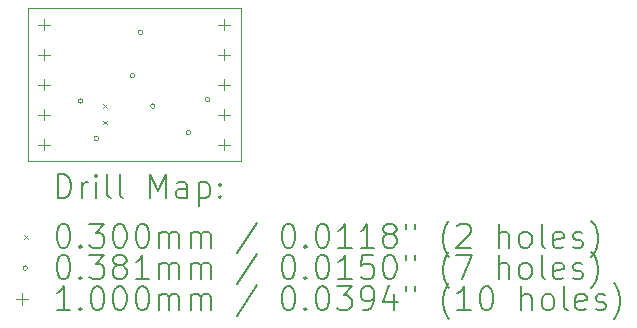
<source format=gbr>
%TF.GenerationSoftware,KiCad,Pcbnew,6.0.11*%
%TF.CreationDate,2025-02-19T14:46:15+01:00*%
%TF.ProjectId,SPL06,53504c30-362e-46b6-9963-61645f706362,rev?*%
%TF.SameCoordinates,Original*%
%TF.FileFunction,Drillmap*%
%TF.FilePolarity,Positive*%
%FSLAX45Y45*%
G04 Gerber Fmt 4.5, Leading zero omitted, Abs format (unit mm)*
G04 Created by KiCad (PCBNEW 6.0.11) date 2025-02-19 14:46:15*
%MOMM*%
%LPD*%
G01*
G04 APERTURE LIST*
%ADD10C,0.050000*%
%ADD11C,0.200000*%
%ADD12C,0.030000*%
%ADD13C,0.038100*%
%ADD14C,0.100000*%
G04 APERTURE END LIST*
D10*
X14872000Y-8776000D02*
X14872000Y-7480000D01*
X14872000Y-7480000D02*
X13068000Y-7480000D01*
X13068000Y-7480000D02*
X13068000Y-8776000D01*
X14872000Y-8776000D02*
X13068000Y-8776000D01*
D11*
D12*
X13706000Y-8294250D02*
X13736000Y-8324250D01*
X13736000Y-8294250D02*
X13706000Y-8324250D01*
X13706000Y-8435250D02*
X13736000Y-8465250D01*
X13736000Y-8435250D02*
X13706000Y-8465250D01*
D13*
X13531850Y-8267700D02*
G75*
G03*
X13531850Y-8267700I-19050J0D01*
G01*
X13666050Y-8585200D02*
G75*
G03*
X13666050Y-8585200I-19050J0D01*
G01*
X13971050Y-8053250D02*
G75*
G03*
X13971050Y-8053250I-19050J0D01*
G01*
X14039850Y-7686000D02*
G75*
G03*
X14039850Y-7686000I-19050J0D01*
G01*
X14145050Y-8310000D02*
G75*
G03*
X14145050Y-8310000I-19050J0D01*
G01*
X14446250Y-8534400D02*
G75*
G03*
X14446250Y-8534400I-19050J0D01*
G01*
X14608810Y-8255000D02*
G75*
G03*
X14608810Y-8255000I-19050J0D01*
G01*
D14*
X13208000Y-7570000D02*
X13208000Y-7670000D01*
X13158000Y-7620000D02*
X13258000Y-7620000D01*
X13208000Y-7824000D02*
X13208000Y-7924000D01*
X13158000Y-7874000D02*
X13258000Y-7874000D01*
X13208000Y-8078000D02*
X13208000Y-8178000D01*
X13158000Y-8128000D02*
X13258000Y-8128000D01*
X13208000Y-8332000D02*
X13208000Y-8432000D01*
X13158000Y-8382000D02*
X13258000Y-8382000D01*
X13208000Y-8586000D02*
X13208000Y-8686000D01*
X13158000Y-8636000D02*
X13258000Y-8636000D01*
X14732000Y-7570000D02*
X14732000Y-7670000D01*
X14682000Y-7620000D02*
X14782000Y-7620000D01*
X14732000Y-7824000D02*
X14732000Y-7924000D01*
X14682000Y-7874000D02*
X14782000Y-7874000D01*
X14732000Y-8078000D02*
X14732000Y-8178000D01*
X14682000Y-8128000D02*
X14782000Y-8128000D01*
X14732000Y-8332000D02*
X14732000Y-8432000D01*
X14682000Y-8382000D02*
X14782000Y-8382000D01*
X14732000Y-8586000D02*
X14732000Y-8686000D01*
X14682000Y-8636000D02*
X14782000Y-8636000D01*
D11*
X13323119Y-9088976D02*
X13323119Y-8888976D01*
X13370738Y-8888976D01*
X13399309Y-8898500D01*
X13418357Y-8917548D01*
X13427881Y-8936595D01*
X13437405Y-8974690D01*
X13437405Y-9003262D01*
X13427881Y-9041357D01*
X13418357Y-9060405D01*
X13399309Y-9079452D01*
X13370738Y-9088976D01*
X13323119Y-9088976D01*
X13523119Y-9088976D02*
X13523119Y-8955643D01*
X13523119Y-8993738D02*
X13532643Y-8974690D01*
X13542167Y-8965167D01*
X13561214Y-8955643D01*
X13580262Y-8955643D01*
X13646928Y-9088976D02*
X13646928Y-8955643D01*
X13646928Y-8888976D02*
X13637405Y-8898500D01*
X13646928Y-8908024D01*
X13656452Y-8898500D01*
X13646928Y-8888976D01*
X13646928Y-8908024D01*
X13770738Y-9088976D02*
X13751690Y-9079452D01*
X13742167Y-9060405D01*
X13742167Y-8888976D01*
X13875500Y-9088976D02*
X13856452Y-9079452D01*
X13846928Y-9060405D01*
X13846928Y-8888976D01*
X14104071Y-9088976D02*
X14104071Y-8888976D01*
X14170738Y-9031833D01*
X14237405Y-8888976D01*
X14237405Y-9088976D01*
X14418357Y-9088976D02*
X14418357Y-8984214D01*
X14408833Y-8965167D01*
X14389786Y-8955643D01*
X14351690Y-8955643D01*
X14332643Y-8965167D01*
X14418357Y-9079452D02*
X14399309Y-9088976D01*
X14351690Y-9088976D01*
X14332643Y-9079452D01*
X14323119Y-9060405D01*
X14323119Y-9041357D01*
X14332643Y-9022310D01*
X14351690Y-9012786D01*
X14399309Y-9012786D01*
X14418357Y-9003262D01*
X14513595Y-8955643D02*
X14513595Y-9155643D01*
X14513595Y-8965167D02*
X14532643Y-8955643D01*
X14570738Y-8955643D01*
X14589786Y-8965167D01*
X14599309Y-8974690D01*
X14608833Y-8993738D01*
X14608833Y-9050881D01*
X14599309Y-9069929D01*
X14589786Y-9079452D01*
X14570738Y-9088976D01*
X14532643Y-9088976D01*
X14513595Y-9079452D01*
X14694548Y-9069929D02*
X14704071Y-9079452D01*
X14694548Y-9088976D01*
X14685024Y-9079452D01*
X14694548Y-9069929D01*
X14694548Y-9088976D01*
X14694548Y-8965167D02*
X14704071Y-8974690D01*
X14694548Y-8984214D01*
X14685024Y-8974690D01*
X14694548Y-8965167D01*
X14694548Y-8984214D01*
D12*
X13035500Y-9403500D02*
X13065500Y-9433500D01*
X13065500Y-9403500D02*
X13035500Y-9433500D01*
D11*
X13361214Y-9308976D02*
X13380262Y-9308976D01*
X13399309Y-9318500D01*
X13408833Y-9328024D01*
X13418357Y-9347071D01*
X13427881Y-9385167D01*
X13427881Y-9432786D01*
X13418357Y-9470881D01*
X13408833Y-9489929D01*
X13399309Y-9499452D01*
X13380262Y-9508976D01*
X13361214Y-9508976D01*
X13342167Y-9499452D01*
X13332643Y-9489929D01*
X13323119Y-9470881D01*
X13313595Y-9432786D01*
X13313595Y-9385167D01*
X13323119Y-9347071D01*
X13332643Y-9328024D01*
X13342167Y-9318500D01*
X13361214Y-9308976D01*
X13513595Y-9489929D02*
X13523119Y-9499452D01*
X13513595Y-9508976D01*
X13504071Y-9499452D01*
X13513595Y-9489929D01*
X13513595Y-9508976D01*
X13589786Y-9308976D02*
X13713595Y-9308976D01*
X13646928Y-9385167D01*
X13675500Y-9385167D01*
X13694548Y-9394690D01*
X13704071Y-9404214D01*
X13713595Y-9423262D01*
X13713595Y-9470881D01*
X13704071Y-9489929D01*
X13694548Y-9499452D01*
X13675500Y-9508976D01*
X13618357Y-9508976D01*
X13599309Y-9499452D01*
X13589786Y-9489929D01*
X13837405Y-9308976D02*
X13856452Y-9308976D01*
X13875500Y-9318500D01*
X13885024Y-9328024D01*
X13894548Y-9347071D01*
X13904071Y-9385167D01*
X13904071Y-9432786D01*
X13894548Y-9470881D01*
X13885024Y-9489929D01*
X13875500Y-9499452D01*
X13856452Y-9508976D01*
X13837405Y-9508976D01*
X13818357Y-9499452D01*
X13808833Y-9489929D01*
X13799309Y-9470881D01*
X13789786Y-9432786D01*
X13789786Y-9385167D01*
X13799309Y-9347071D01*
X13808833Y-9328024D01*
X13818357Y-9318500D01*
X13837405Y-9308976D01*
X14027881Y-9308976D02*
X14046928Y-9308976D01*
X14065976Y-9318500D01*
X14075500Y-9328024D01*
X14085024Y-9347071D01*
X14094548Y-9385167D01*
X14094548Y-9432786D01*
X14085024Y-9470881D01*
X14075500Y-9489929D01*
X14065976Y-9499452D01*
X14046928Y-9508976D01*
X14027881Y-9508976D01*
X14008833Y-9499452D01*
X13999309Y-9489929D01*
X13989786Y-9470881D01*
X13980262Y-9432786D01*
X13980262Y-9385167D01*
X13989786Y-9347071D01*
X13999309Y-9328024D01*
X14008833Y-9318500D01*
X14027881Y-9308976D01*
X14180262Y-9508976D02*
X14180262Y-9375643D01*
X14180262Y-9394690D02*
X14189786Y-9385167D01*
X14208833Y-9375643D01*
X14237405Y-9375643D01*
X14256452Y-9385167D01*
X14265976Y-9404214D01*
X14265976Y-9508976D01*
X14265976Y-9404214D02*
X14275500Y-9385167D01*
X14294548Y-9375643D01*
X14323119Y-9375643D01*
X14342167Y-9385167D01*
X14351690Y-9404214D01*
X14351690Y-9508976D01*
X14446928Y-9508976D02*
X14446928Y-9375643D01*
X14446928Y-9394690D02*
X14456452Y-9385167D01*
X14475500Y-9375643D01*
X14504071Y-9375643D01*
X14523119Y-9385167D01*
X14532643Y-9404214D01*
X14532643Y-9508976D01*
X14532643Y-9404214D02*
X14542167Y-9385167D01*
X14561214Y-9375643D01*
X14589786Y-9375643D01*
X14608833Y-9385167D01*
X14618357Y-9404214D01*
X14618357Y-9508976D01*
X15008833Y-9299452D02*
X14837405Y-9556595D01*
X15265976Y-9308976D02*
X15285024Y-9308976D01*
X15304071Y-9318500D01*
X15313595Y-9328024D01*
X15323119Y-9347071D01*
X15332643Y-9385167D01*
X15332643Y-9432786D01*
X15323119Y-9470881D01*
X15313595Y-9489929D01*
X15304071Y-9499452D01*
X15285024Y-9508976D01*
X15265976Y-9508976D01*
X15246928Y-9499452D01*
X15237405Y-9489929D01*
X15227881Y-9470881D01*
X15218357Y-9432786D01*
X15218357Y-9385167D01*
X15227881Y-9347071D01*
X15237405Y-9328024D01*
X15246928Y-9318500D01*
X15265976Y-9308976D01*
X15418357Y-9489929D02*
X15427881Y-9499452D01*
X15418357Y-9508976D01*
X15408833Y-9499452D01*
X15418357Y-9489929D01*
X15418357Y-9508976D01*
X15551690Y-9308976D02*
X15570738Y-9308976D01*
X15589786Y-9318500D01*
X15599309Y-9328024D01*
X15608833Y-9347071D01*
X15618357Y-9385167D01*
X15618357Y-9432786D01*
X15608833Y-9470881D01*
X15599309Y-9489929D01*
X15589786Y-9499452D01*
X15570738Y-9508976D01*
X15551690Y-9508976D01*
X15532643Y-9499452D01*
X15523119Y-9489929D01*
X15513595Y-9470881D01*
X15504071Y-9432786D01*
X15504071Y-9385167D01*
X15513595Y-9347071D01*
X15523119Y-9328024D01*
X15532643Y-9318500D01*
X15551690Y-9308976D01*
X15808833Y-9508976D02*
X15694548Y-9508976D01*
X15751690Y-9508976D02*
X15751690Y-9308976D01*
X15732643Y-9337548D01*
X15713595Y-9356595D01*
X15694548Y-9366119D01*
X15999309Y-9508976D02*
X15885024Y-9508976D01*
X15942167Y-9508976D02*
X15942167Y-9308976D01*
X15923119Y-9337548D01*
X15904071Y-9356595D01*
X15885024Y-9366119D01*
X16113595Y-9394690D02*
X16094548Y-9385167D01*
X16085024Y-9375643D01*
X16075500Y-9356595D01*
X16075500Y-9347071D01*
X16085024Y-9328024D01*
X16094548Y-9318500D01*
X16113595Y-9308976D01*
X16151690Y-9308976D01*
X16170738Y-9318500D01*
X16180262Y-9328024D01*
X16189786Y-9347071D01*
X16189786Y-9356595D01*
X16180262Y-9375643D01*
X16170738Y-9385167D01*
X16151690Y-9394690D01*
X16113595Y-9394690D01*
X16094548Y-9404214D01*
X16085024Y-9413738D01*
X16075500Y-9432786D01*
X16075500Y-9470881D01*
X16085024Y-9489929D01*
X16094548Y-9499452D01*
X16113595Y-9508976D01*
X16151690Y-9508976D01*
X16170738Y-9499452D01*
X16180262Y-9489929D01*
X16189786Y-9470881D01*
X16189786Y-9432786D01*
X16180262Y-9413738D01*
X16170738Y-9404214D01*
X16151690Y-9394690D01*
X16265976Y-9308976D02*
X16265976Y-9347071D01*
X16342167Y-9308976D02*
X16342167Y-9347071D01*
X16637405Y-9585167D02*
X16627881Y-9575643D01*
X16608833Y-9547071D01*
X16599309Y-9528024D01*
X16589786Y-9499452D01*
X16580262Y-9451833D01*
X16580262Y-9413738D01*
X16589786Y-9366119D01*
X16599309Y-9337548D01*
X16608833Y-9318500D01*
X16627881Y-9289929D01*
X16637405Y-9280405D01*
X16704071Y-9328024D02*
X16713595Y-9318500D01*
X16732643Y-9308976D01*
X16780262Y-9308976D01*
X16799310Y-9318500D01*
X16808833Y-9328024D01*
X16818357Y-9347071D01*
X16818357Y-9366119D01*
X16808833Y-9394690D01*
X16694548Y-9508976D01*
X16818357Y-9508976D01*
X17056452Y-9508976D02*
X17056452Y-9308976D01*
X17142167Y-9508976D02*
X17142167Y-9404214D01*
X17132643Y-9385167D01*
X17113595Y-9375643D01*
X17085024Y-9375643D01*
X17065976Y-9385167D01*
X17056452Y-9394690D01*
X17265976Y-9508976D02*
X17246929Y-9499452D01*
X17237405Y-9489929D01*
X17227881Y-9470881D01*
X17227881Y-9413738D01*
X17237405Y-9394690D01*
X17246929Y-9385167D01*
X17265976Y-9375643D01*
X17294548Y-9375643D01*
X17313595Y-9385167D01*
X17323119Y-9394690D01*
X17332643Y-9413738D01*
X17332643Y-9470881D01*
X17323119Y-9489929D01*
X17313595Y-9499452D01*
X17294548Y-9508976D01*
X17265976Y-9508976D01*
X17446929Y-9508976D02*
X17427881Y-9499452D01*
X17418357Y-9480405D01*
X17418357Y-9308976D01*
X17599310Y-9499452D02*
X17580262Y-9508976D01*
X17542167Y-9508976D01*
X17523119Y-9499452D01*
X17513595Y-9480405D01*
X17513595Y-9404214D01*
X17523119Y-9385167D01*
X17542167Y-9375643D01*
X17580262Y-9375643D01*
X17599310Y-9385167D01*
X17608833Y-9404214D01*
X17608833Y-9423262D01*
X17513595Y-9442310D01*
X17685024Y-9499452D02*
X17704071Y-9508976D01*
X17742167Y-9508976D01*
X17761214Y-9499452D01*
X17770738Y-9480405D01*
X17770738Y-9470881D01*
X17761214Y-9451833D01*
X17742167Y-9442310D01*
X17713595Y-9442310D01*
X17694548Y-9432786D01*
X17685024Y-9413738D01*
X17685024Y-9404214D01*
X17694548Y-9385167D01*
X17713595Y-9375643D01*
X17742167Y-9375643D01*
X17761214Y-9385167D01*
X17837405Y-9585167D02*
X17846929Y-9575643D01*
X17865976Y-9547071D01*
X17875500Y-9528024D01*
X17885024Y-9499452D01*
X17894548Y-9451833D01*
X17894548Y-9413738D01*
X17885024Y-9366119D01*
X17875500Y-9337548D01*
X17865976Y-9318500D01*
X17846929Y-9289929D01*
X17837405Y-9280405D01*
D13*
X13065500Y-9682500D02*
G75*
G03*
X13065500Y-9682500I-19050J0D01*
G01*
D11*
X13361214Y-9572976D02*
X13380262Y-9572976D01*
X13399309Y-9582500D01*
X13408833Y-9592024D01*
X13418357Y-9611071D01*
X13427881Y-9649167D01*
X13427881Y-9696786D01*
X13418357Y-9734881D01*
X13408833Y-9753929D01*
X13399309Y-9763452D01*
X13380262Y-9772976D01*
X13361214Y-9772976D01*
X13342167Y-9763452D01*
X13332643Y-9753929D01*
X13323119Y-9734881D01*
X13313595Y-9696786D01*
X13313595Y-9649167D01*
X13323119Y-9611071D01*
X13332643Y-9592024D01*
X13342167Y-9582500D01*
X13361214Y-9572976D01*
X13513595Y-9753929D02*
X13523119Y-9763452D01*
X13513595Y-9772976D01*
X13504071Y-9763452D01*
X13513595Y-9753929D01*
X13513595Y-9772976D01*
X13589786Y-9572976D02*
X13713595Y-9572976D01*
X13646928Y-9649167D01*
X13675500Y-9649167D01*
X13694548Y-9658690D01*
X13704071Y-9668214D01*
X13713595Y-9687262D01*
X13713595Y-9734881D01*
X13704071Y-9753929D01*
X13694548Y-9763452D01*
X13675500Y-9772976D01*
X13618357Y-9772976D01*
X13599309Y-9763452D01*
X13589786Y-9753929D01*
X13827881Y-9658690D02*
X13808833Y-9649167D01*
X13799309Y-9639643D01*
X13789786Y-9620595D01*
X13789786Y-9611071D01*
X13799309Y-9592024D01*
X13808833Y-9582500D01*
X13827881Y-9572976D01*
X13865976Y-9572976D01*
X13885024Y-9582500D01*
X13894548Y-9592024D01*
X13904071Y-9611071D01*
X13904071Y-9620595D01*
X13894548Y-9639643D01*
X13885024Y-9649167D01*
X13865976Y-9658690D01*
X13827881Y-9658690D01*
X13808833Y-9668214D01*
X13799309Y-9677738D01*
X13789786Y-9696786D01*
X13789786Y-9734881D01*
X13799309Y-9753929D01*
X13808833Y-9763452D01*
X13827881Y-9772976D01*
X13865976Y-9772976D01*
X13885024Y-9763452D01*
X13894548Y-9753929D01*
X13904071Y-9734881D01*
X13904071Y-9696786D01*
X13894548Y-9677738D01*
X13885024Y-9668214D01*
X13865976Y-9658690D01*
X14094548Y-9772976D02*
X13980262Y-9772976D01*
X14037405Y-9772976D02*
X14037405Y-9572976D01*
X14018357Y-9601548D01*
X13999309Y-9620595D01*
X13980262Y-9630119D01*
X14180262Y-9772976D02*
X14180262Y-9639643D01*
X14180262Y-9658690D02*
X14189786Y-9649167D01*
X14208833Y-9639643D01*
X14237405Y-9639643D01*
X14256452Y-9649167D01*
X14265976Y-9668214D01*
X14265976Y-9772976D01*
X14265976Y-9668214D02*
X14275500Y-9649167D01*
X14294548Y-9639643D01*
X14323119Y-9639643D01*
X14342167Y-9649167D01*
X14351690Y-9668214D01*
X14351690Y-9772976D01*
X14446928Y-9772976D02*
X14446928Y-9639643D01*
X14446928Y-9658690D02*
X14456452Y-9649167D01*
X14475500Y-9639643D01*
X14504071Y-9639643D01*
X14523119Y-9649167D01*
X14532643Y-9668214D01*
X14532643Y-9772976D01*
X14532643Y-9668214D02*
X14542167Y-9649167D01*
X14561214Y-9639643D01*
X14589786Y-9639643D01*
X14608833Y-9649167D01*
X14618357Y-9668214D01*
X14618357Y-9772976D01*
X15008833Y-9563452D02*
X14837405Y-9820595D01*
X15265976Y-9572976D02*
X15285024Y-9572976D01*
X15304071Y-9582500D01*
X15313595Y-9592024D01*
X15323119Y-9611071D01*
X15332643Y-9649167D01*
X15332643Y-9696786D01*
X15323119Y-9734881D01*
X15313595Y-9753929D01*
X15304071Y-9763452D01*
X15285024Y-9772976D01*
X15265976Y-9772976D01*
X15246928Y-9763452D01*
X15237405Y-9753929D01*
X15227881Y-9734881D01*
X15218357Y-9696786D01*
X15218357Y-9649167D01*
X15227881Y-9611071D01*
X15237405Y-9592024D01*
X15246928Y-9582500D01*
X15265976Y-9572976D01*
X15418357Y-9753929D02*
X15427881Y-9763452D01*
X15418357Y-9772976D01*
X15408833Y-9763452D01*
X15418357Y-9753929D01*
X15418357Y-9772976D01*
X15551690Y-9572976D02*
X15570738Y-9572976D01*
X15589786Y-9582500D01*
X15599309Y-9592024D01*
X15608833Y-9611071D01*
X15618357Y-9649167D01*
X15618357Y-9696786D01*
X15608833Y-9734881D01*
X15599309Y-9753929D01*
X15589786Y-9763452D01*
X15570738Y-9772976D01*
X15551690Y-9772976D01*
X15532643Y-9763452D01*
X15523119Y-9753929D01*
X15513595Y-9734881D01*
X15504071Y-9696786D01*
X15504071Y-9649167D01*
X15513595Y-9611071D01*
X15523119Y-9592024D01*
X15532643Y-9582500D01*
X15551690Y-9572976D01*
X15808833Y-9772976D02*
X15694548Y-9772976D01*
X15751690Y-9772976D02*
X15751690Y-9572976D01*
X15732643Y-9601548D01*
X15713595Y-9620595D01*
X15694548Y-9630119D01*
X15989786Y-9572976D02*
X15894548Y-9572976D01*
X15885024Y-9668214D01*
X15894548Y-9658690D01*
X15913595Y-9649167D01*
X15961214Y-9649167D01*
X15980262Y-9658690D01*
X15989786Y-9668214D01*
X15999309Y-9687262D01*
X15999309Y-9734881D01*
X15989786Y-9753929D01*
X15980262Y-9763452D01*
X15961214Y-9772976D01*
X15913595Y-9772976D01*
X15894548Y-9763452D01*
X15885024Y-9753929D01*
X16123119Y-9572976D02*
X16142167Y-9572976D01*
X16161214Y-9582500D01*
X16170738Y-9592024D01*
X16180262Y-9611071D01*
X16189786Y-9649167D01*
X16189786Y-9696786D01*
X16180262Y-9734881D01*
X16170738Y-9753929D01*
X16161214Y-9763452D01*
X16142167Y-9772976D01*
X16123119Y-9772976D01*
X16104071Y-9763452D01*
X16094548Y-9753929D01*
X16085024Y-9734881D01*
X16075500Y-9696786D01*
X16075500Y-9649167D01*
X16085024Y-9611071D01*
X16094548Y-9592024D01*
X16104071Y-9582500D01*
X16123119Y-9572976D01*
X16265976Y-9572976D02*
X16265976Y-9611071D01*
X16342167Y-9572976D02*
X16342167Y-9611071D01*
X16637405Y-9849167D02*
X16627881Y-9839643D01*
X16608833Y-9811071D01*
X16599309Y-9792024D01*
X16589786Y-9763452D01*
X16580262Y-9715833D01*
X16580262Y-9677738D01*
X16589786Y-9630119D01*
X16599309Y-9601548D01*
X16608833Y-9582500D01*
X16627881Y-9553929D01*
X16637405Y-9544405D01*
X16694548Y-9572976D02*
X16827881Y-9572976D01*
X16742167Y-9772976D01*
X17056452Y-9772976D02*
X17056452Y-9572976D01*
X17142167Y-9772976D02*
X17142167Y-9668214D01*
X17132643Y-9649167D01*
X17113595Y-9639643D01*
X17085024Y-9639643D01*
X17065976Y-9649167D01*
X17056452Y-9658690D01*
X17265976Y-9772976D02*
X17246929Y-9763452D01*
X17237405Y-9753929D01*
X17227881Y-9734881D01*
X17227881Y-9677738D01*
X17237405Y-9658690D01*
X17246929Y-9649167D01*
X17265976Y-9639643D01*
X17294548Y-9639643D01*
X17313595Y-9649167D01*
X17323119Y-9658690D01*
X17332643Y-9677738D01*
X17332643Y-9734881D01*
X17323119Y-9753929D01*
X17313595Y-9763452D01*
X17294548Y-9772976D01*
X17265976Y-9772976D01*
X17446929Y-9772976D02*
X17427881Y-9763452D01*
X17418357Y-9744405D01*
X17418357Y-9572976D01*
X17599310Y-9763452D02*
X17580262Y-9772976D01*
X17542167Y-9772976D01*
X17523119Y-9763452D01*
X17513595Y-9744405D01*
X17513595Y-9668214D01*
X17523119Y-9649167D01*
X17542167Y-9639643D01*
X17580262Y-9639643D01*
X17599310Y-9649167D01*
X17608833Y-9668214D01*
X17608833Y-9687262D01*
X17513595Y-9706310D01*
X17685024Y-9763452D02*
X17704071Y-9772976D01*
X17742167Y-9772976D01*
X17761214Y-9763452D01*
X17770738Y-9744405D01*
X17770738Y-9734881D01*
X17761214Y-9715833D01*
X17742167Y-9706310D01*
X17713595Y-9706310D01*
X17694548Y-9696786D01*
X17685024Y-9677738D01*
X17685024Y-9668214D01*
X17694548Y-9649167D01*
X17713595Y-9639643D01*
X17742167Y-9639643D01*
X17761214Y-9649167D01*
X17837405Y-9849167D02*
X17846929Y-9839643D01*
X17865976Y-9811071D01*
X17875500Y-9792024D01*
X17885024Y-9763452D01*
X17894548Y-9715833D01*
X17894548Y-9677738D01*
X17885024Y-9630119D01*
X17875500Y-9601548D01*
X17865976Y-9582500D01*
X17846929Y-9553929D01*
X17837405Y-9544405D01*
D14*
X13015500Y-9896500D02*
X13015500Y-9996500D01*
X12965500Y-9946500D02*
X13065500Y-9946500D01*
D11*
X13427881Y-10036976D02*
X13313595Y-10036976D01*
X13370738Y-10036976D02*
X13370738Y-9836976D01*
X13351690Y-9865548D01*
X13332643Y-9884595D01*
X13313595Y-9894119D01*
X13513595Y-10017929D02*
X13523119Y-10027452D01*
X13513595Y-10036976D01*
X13504071Y-10027452D01*
X13513595Y-10017929D01*
X13513595Y-10036976D01*
X13646928Y-9836976D02*
X13665976Y-9836976D01*
X13685024Y-9846500D01*
X13694548Y-9856024D01*
X13704071Y-9875071D01*
X13713595Y-9913167D01*
X13713595Y-9960786D01*
X13704071Y-9998881D01*
X13694548Y-10017929D01*
X13685024Y-10027452D01*
X13665976Y-10036976D01*
X13646928Y-10036976D01*
X13627881Y-10027452D01*
X13618357Y-10017929D01*
X13608833Y-9998881D01*
X13599309Y-9960786D01*
X13599309Y-9913167D01*
X13608833Y-9875071D01*
X13618357Y-9856024D01*
X13627881Y-9846500D01*
X13646928Y-9836976D01*
X13837405Y-9836976D02*
X13856452Y-9836976D01*
X13875500Y-9846500D01*
X13885024Y-9856024D01*
X13894548Y-9875071D01*
X13904071Y-9913167D01*
X13904071Y-9960786D01*
X13894548Y-9998881D01*
X13885024Y-10017929D01*
X13875500Y-10027452D01*
X13856452Y-10036976D01*
X13837405Y-10036976D01*
X13818357Y-10027452D01*
X13808833Y-10017929D01*
X13799309Y-9998881D01*
X13789786Y-9960786D01*
X13789786Y-9913167D01*
X13799309Y-9875071D01*
X13808833Y-9856024D01*
X13818357Y-9846500D01*
X13837405Y-9836976D01*
X14027881Y-9836976D02*
X14046928Y-9836976D01*
X14065976Y-9846500D01*
X14075500Y-9856024D01*
X14085024Y-9875071D01*
X14094548Y-9913167D01*
X14094548Y-9960786D01*
X14085024Y-9998881D01*
X14075500Y-10017929D01*
X14065976Y-10027452D01*
X14046928Y-10036976D01*
X14027881Y-10036976D01*
X14008833Y-10027452D01*
X13999309Y-10017929D01*
X13989786Y-9998881D01*
X13980262Y-9960786D01*
X13980262Y-9913167D01*
X13989786Y-9875071D01*
X13999309Y-9856024D01*
X14008833Y-9846500D01*
X14027881Y-9836976D01*
X14180262Y-10036976D02*
X14180262Y-9903643D01*
X14180262Y-9922690D02*
X14189786Y-9913167D01*
X14208833Y-9903643D01*
X14237405Y-9903643D01*
X14256452Y-9913167D01*
X14265976Y-9932214D01*
X14265976Y-10036976D01*
X14265976Y-9932214D02*
X14275500Y-9913167D01*
X14294548Y-9903643D01*
X14323119Y-9903643D01*
X14342167Y-9913167D01*
X14351690Y-9932214D01*
X14351690Y-10036976D01*
X14446928Y-10036976D02*
X14446928Y-9903643D01*
X14446928Y-9922690D02*
X14456452Y-9913167D01*
X14475500Y-9903643D01*
X14504071Y-9903643D01*
X14523119Y-9913167D01*
X14532643Y-9932214D01*
X14532643Y-10036976D01*
X14532643Y-9932214D02*
X14542167Y-9913167D01*
X14561214Y-9903643D01*
X14589786Y-9903643D01*
X14608833Y-9913167D01*
X14618357Y-9932214D01*
X14618357Y-10036976D01*
X15008833Y-9827452D02*
X14837405Y-10084595D01*
X15265976Y-9836976D02*
X15285024Y-9836976D01*
X15304071Y-9846500D01*
X15313595Y-9856024D01*
X15323119Y-9875071D01*
X15332643Y-9913167D01*
X15332643Y-9960786D01*
X15323119Y-9998881D01*
X15313595Y-10017929D01*
X15304071Y-10027452D01*
X15285024Y-10036976D01*
X15265976Y-10036976D01*
X15246928Y-10027452D01*
X15237405Y-10017929D01*
X15227881Y-9998881D01*
X15218357Y-9960786D01*
X15218357Y-9913167D01*
X15227881Y-9875071D01*
X15237405Y-9856024D01*
X15246928Y-9846500D01*
X15265976Y-9836976D01*
X15418357Y-10017929D02*
X15427881Y-10027452D01*
X15418357Y-10036976D01*
X15408833Y-10027452D01*
X15418357Y-10017929D01*
X15418357Y-10036976D01*
X15551690Y-9836976D02*
X15570738Y-9836976D01*
X15589786Y-9846500D01*
X15599309Y-9856024D01*
X15608833Y-9875071D01*
X15618357Y-9913167D01*
X15618357Y-9960786D01*
X15608833Y-9998881D01*
X15599309Y-10017929D01*
X15589786Y-10027452D01*
X15570738Y-10036976D01*
X15551690Y-10036976D01*
X15532643Y-10027452D01*
X15523119Y-10017929D01*
X15513595Y-9998881D01*
X15504071Y-9960786D01*
X15504071Y-9913167D01*
X15513595Y-9875071D01*
X15523119Y-9856024D01*
X15532643Y-9846500D01*
X15551690Y-9836976D01*
X15685024Y-9836976D02*
X15808833Y-9836976D01*
X15742167Y-9913167D01*
X15770738Y-9913167D01*
X15789786Y-9922690D01*
X15799309Y-9932214D01*
X15808833Y-9951262D01*
X15808833Y-9998881D01*
X15799309Y-10017929D01*
X15789786Y-10027452D01*
X15770738Y-10036976D01*
X15713595Y-10036976D01*
X15694548Y-10027452D01*
X15685024Y-10017929D01*
X15904071Y-10036976D02*
X15942167Y-10036976D01*
X15961214Y-10027452D01*
X15970738Y-10017929D01*
X15989786Y-9989357D01*
X15999309Y-9951262D01*
X15999309Y-9875071D01*
X15989786Y-9856024D01*
X15980262Y-9846500D01*
X15961214Y-9836976D01*
X15923119Y-9836976D01*
X15904071Y-9846500D01*
X15894548Y-9856024D01*
X15885024Y-9875071D01*
X15885024Y-9922690D01*
X15894548Y-9941738D01*
X15904071Y-9951262D01*
X15923119Y-9960786D01*
X15961214Y-9960786D01*
X15980262Y-9951262D01*
X15989786Y-9941738D01*
X15999309Y-9922690D01*
X16170738Y-9903643D02*
X16170738Y-10036976D01*
X16123119Y-9827452D02*
X16075500Y-9970310D01*
X16199309Y-9970310D01*
X16265976Y-9836976D02*
X16265976Y-9875071D01*
X16342167Y-9836976D02*
X16342167Y-9875071D01*
X16637405Y-10113167D02*
X16627881Y-10103643D01*
X16608833Y-10075071D01*
X16599309Y-10056024D01*
X16589786Y-10027452D01*
X16580262Y-9979833D01*
X16580262Y-9941738D01*
X16589786Y-9894119D01*
X16599309Y-9865548D01*
X16608833Y-9846500D01*
X16627881Y-9817929D01*
X16637405Y-9808405D01*
X16818357Y-10036976D02*
X16704071Y-10036976D01*
X16761214Y-10036976D02*
X16761214Y-9836976D01*
X16742167Y-9865548D01*
X16723119Y-9884595D01*
X16704071Y-9894119D01*
X16942167Y-9836976D02*
X16961214Y-9836976D01*
X16980262Y-9846500D01*
X16989786Y-9856024D01*
X16999310Y-9875071D01*
X17008833Y-9913167D01*
X17008833Y-9960786D01*
X16999310Y-9998881D01*
X16989786Y-10017929D01*
X16980262Y-10027452D01*
X16961214Y-10036976D01*
X16942167Y-10036976D01*
X16923119Y-10027452D01*
X16913595Y-10017929D01*
X16904071Y-9998881D01*
X16894548Y-9960786D01*
X16894548Y-9913167D01*
X16904071Y-9875071D01*
X16913595Y-9856024D01*
X16923119Y-9846500D01*
X16942167Y-9836976D01*
X17246929Y-10036976D02*
X17246929Y-9836976D01*
X17332643Y-10036976D02*
X17332643Y-9932214D01*
X17323119Y-9913167D01*
X17304071Y-9903643D01*
X17275500Y-9903643D01*
X17256452Y-9913167D01*
X17246929Y-9922690D01*
X17456452Y-10036976D02*
X17437405Y-10027452D01*
X17427881Y-10017929D01*
X17418357Y-9998881D01*
X17418357Y-9941738D01*
X17427881Y-9922690D01*
X17437405Y-9913167D01*
X17456452Y-9903643D01*
X17485024Y-9903643D01*
X17504071Y-9913167D01*
X17513595Y-9922690D01*
X17523119Y-9941738D01*
X17523119Y-9998881D01*
X17513595Y-10017929D01*
X17504071Y-10027452D01*
X17485024Y-10036976D01*
X17456452Y-10036976D01*
X17637405Y-10036976D02*
X17618357Y-10027452D01*
X17608833Y-10008405D01*
X17608833Y-9836976D01*
X17789786Y-10027452D02*
X17770738Y-10036976D01*
X17732643Y-10036976D01*
X17713595Y-10027452D01*
X17704071Y-10008405D01*
X17704071Y-9932214D01*
X17713595Y-9913167D01*
X17732643Y-9903643D01*
X17770738Y-9903643D01*
X17789786Y-9913167D01*
X17799310Y-9932214D01*
X17799310Y-9951262D01*
X17704071Y-9970310D01*
X17875500Y-10027452D02*
X17894548Y-10036976D01*
X17932643Y-10036976D01*
X17951690Y-10027452D01*
X17961214Y-10008405D01*
X17961214Y-9998881D01*
X17951690Y-9979833D01*
X17932643Y-9970310D01*
X17904071Y-9970310D01*
X17885024Y-9960786D01*
X17875500Y-9941738D01*
X17875500Y-9932214D01*
X17885024Y-9913167D01*
X17904071Y-9903643D01*
X17932643Y-9903643D01*
X17951690Y-9913167D01*
X18027881Y-10113167D02*
X18037405Y-10103643D01*
X18056452Y-10075071D01*
X18065976Y-10056024D01*
X18075500Y-10027452D01*
X18085024Y-9979833D01*
X18085024Y-9941738D01*
X18075500Y-9894119D01*
X18065976Y-9865548D01*
X18056452Y-9846500D01*
X18037405Y-9817929D01*
X18027881Y-9808405D01*
M02*

</source>
